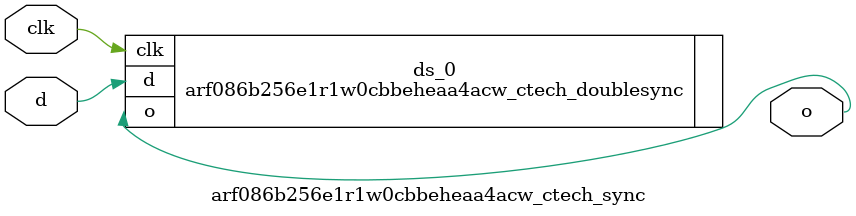
<source format=sv>

`ifndef ARF086B256E1R1W0CBBEHEAA4ACW_CTECH_SYNC_SV
`define ARF086B256E1R1W0CBBEHEAA4ACW_CTECH_SYNC_SV

module arf086b256e1r1w0cbbeheaa4acw_ctech_sync (
  input  logic  clk,
  input  logic  d,

  output logic  o
);

  arf086b256e1r1w0cbbeheaa4acw_ctech_doublesync ds_0 (.o(o), .d(d), .clk(clk));

endmodule // arf086b256e1r1w0cbbeheaa4acw_ctech_sync

`endif // ARF086B256E1R1W0CBBEHEAA4ACW_CTECH_SYNC_SV
</source>
